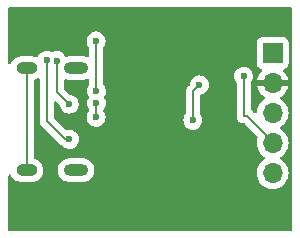
<source format=gbl>
G04 #@! TF.GenerationSoftware,KiCad,Pcbnew,8.0.7*
G04 #@! TF.CreationDate,2025-01-24T00:56:05+09:00*
G04 #@! TF.ProjectId,ch340_silial_release,63683334-305f-4736-996c-69616c5f7265,rev?*
G04 #@! TF.SameCoordinates,Original*
G04 #@! TF.FileFunction,Copper,L2,Bot*
G04 #@! TF.FilePolarity,Positive*
%FSLAX46Y46*%
G04 Gerber Fmt 4.6, Leading zero omitted, Abs format (unit mm)*
G04 Created by KiCad (PCBNEW 8.0.7) date 2025-01-24 00:56:05*
%MOMM*%
%LPD*%
G01*
G04 APERTURE LIST*
G04 #@! TA.AperFunction,ComponentPad*
%ADD10O,2.100000X1.000000*%
G04 #@! TD*
G04 #@! TA.AperFunction,ComponentPad*
%ADD11O,1.800000X1.000000*%
G04 #@! TD*
G04 #@! TA.AperFunction,ComponentPad*
%ADD12R,1.700000X1.700000*%
G04 #@! TD*
G04 #@! TA.AperFunction,ComponentPad*
%ADD13O,1.700000X1.700000*%
G04 #@! TD*
G04 #@! TA.AperFunction,ViaPad*
%ADD14C,0.600000*%
G04 #@! TD*
G04 #@! TA.AperFunction,Conductor*
%ADD15C,0.200000*%
G04 #@! TD*
G04 APERTURE END LIST*
D10*
X108020000Y-55690000D03*
D11*
X103820000Y-55690000D03*
D10*
X108020000Y-64330000D03*
D11*
X103820000Y-64330000D03*
D12*
X124650000Y-54410000D03*
D13*
X124650000Y-56950000D03*
X124650000Y-59490000D03*
X124650000Y-62030000D03*
X124650000Y-64570000D03*
D14*
X109700000Y-53400000D03*
X109725000Y-57650000D03*
X107425000Y-58750000D03*
X107450000Y-61725000D03*
X115725000Y-52050000D03*
X113075000Y-60025000D03*
X111700000Y-63250000D03*
X110975000Y-68250000D03*
X122199265Y-56375735D03*
X117900000Y-60110000D03*
X118450000Y-57125000D03*
X109740002Y-58660000D03*
X109700000Y-59860000D03*
X106375000Y-55075000D03*
X105525000Y-55025000D03*
D15*
X109725000Y-53425000D02*
X109700000Y-53400000D01*
X109725000Y-57650000D02*
X109725000Y-53425000D01*
X106375000Y-57700000D02*
X106375000Y-55075000D01*
X107425000Y-58750000D02*
X106375000Y-57700000D01*
X107450000Y-61725000D02*
X107100000Y-61725000D01*
X107100000Y-61725000D02*
X105525000Y-60150000D01*
X105525000Y-60150000D02*
X105525000Y-56350000D01*
X122199265Y-56375735D02*
X122199265Y-59764265D01*
X122199265Y-59764265D02*
X122509265Y-59764265D01*
X122509265Y-59764265D02*
X124775000Y-62030000D01*
X117900000Y-60110000D02*
X117900000Y-57675000D01*
X117900000Y-57675000D02*
X118450000Y-57125000D01*
X103820000Y-64330000D02*
X103820000Y-55690000D01*
X109700000Y-59860000D02*
X109700000Y-58700002D01*
X109700000Y-58700002D02*
X109740002Y-58660000D01*
X105525000Y-56350000D02*
X105525000Y-55025000D01*
G04 #@! TA.AperFunction,Conductor*
G36*
X126217539Y-50525185D02*
G01*
X126263294Y-50577989D01*
X126274500Y-50629500D01*
X126274500Y-69375500D01*
X126254815Y-69442539D01*
X126202011Y-69488294D01*
X126150500Y-69499500D01*
X102399500Y-69499500D01*
X102332461Y-69479815D01*
X102286706Y-69427011D01*
X102275500Y-69375500D01*
X102275500Y-64804755D01*
X102295185Y-64737716D01*
X102347989Y-64691961D01*
X102417147Y-64682017D01*
X102480703Y-64711042D01*
X102514061Y-64757303D01*
X102533364Y-64803908D01*
X102533371Y-64803920D01*
X102642860Y-64967781D01*
X102642863Y-64967785D01*
X102782214Y-65107136D01*
X102782218Y-65107139D01*
X102946079Y-65216628D01*
X102946092Y-65216635D01*
X103128160Y-65292049D01*
X103128165Y-65292051D01*
X103128169Y-65292051D01*
X103128170Y-65292052D01*
X103321456Y-65330500D01*
X103321459Y-65330500D01*
X104318543Y-65330500D01*
X104448582Y-65304632D01*
X104511835Y-65292051D01*
X104693914Y-65216632D01*
X104857782Y-65107139D01*
X104997139Y-64967782D01*
X105106632Y-64803914D01*
X105182051Y-64621835D01*
X105220500Y-64428543D01*
X106469499Y-64428543D01*
X106507947Y-64621829D01*
X106507950Y-64621839D01*
X106583364Y-64803907D01*
X106583371Y-64803920D01*
X106692860Y-64967781D01*
X106692863Y-64967785D01*
X106832214Y-65107136D01*
X106832218Y-65107139D01*
X106996079Y-65216628D01*
X106996092Y-65216635D01*
X107178160Y-65292049D01*
X107178165Y-65292051D01*
X107178169Y-65292051D01*
X107178170Y-65292052D01*
X107371456Y-65330500D01*
X107371459Y-65330500D01*
X108668543Y-65330500D01*
X108798582Y-65304632D01*
X108861835Y-65292051D01*
X109043914Y-65216632D01*
X109207782Y-65107139D01*
X109347139Y-64967782D01*
X109456632Y-64803914D01*
X109532051Y-64621835D01*
X109570500Y-64428541D01*
X109570500Y-64231459D01*
X109570500Y-64231456D01*
X109532052Y-64038170D01*
X109532051Y-64038169D01*
X109532051Y-64038165D01*
X109507613Y-63979165D01*
X109456635Y-63856092D01*
X109456628Y-63856079D01*
X109347139Y-63692218D01*
X109347136Y-63692214D01*
X109207785Y-63552863D01*
X109207781Y-63552860D01*
X109043920Y-63443371D01*
X109043907Y-63443364D01*
X108861839Y-63367950D01*
X108861829Y-63367947D01*
X108668543Y-63329500D01*
X108668541Y-63329500D01*
X107371459Y-63329500D01*
X107371457Y-63329500D01*
X107178170Y-63367947D01*
X107178160Y-63367950D01*
X106996092Y-63443364D01*
X106996079Y-63443371D01*
X106832218Y-63552860D01*
X106832214Y-63552863D01*
X106692863Y-63692214D01*
X106692860Y-63692218D01*
X106583371Y-63856079D01*
X106583364Y-63856092D01*
X106507950Y-64038160D01*
X106507947Y-64038170D01*
X106469500Y-64231456D01*
X106469500Y-64231459D01*
X106469500Y-64428541D01*
X106469500Y-64428543D01*
X106469499Y-64428543D01*
X105220500Y-64428543D01*
X105220500Y-64428541D01*
X105220500Y-64231459D01*
X105220500Y-64231456D01*
X105182052Y-64038170D01*
X105182051Y-64038169D01*
X105182051Y-64038165D01*
X105157613Y-63979165D01*
X105106635Y-63856092D01*
X105106628Y-63856079D01*
X104997139Y-63692218D01*
X104997136Y-63692214D01*
X104857785Y-63552863D01*
X104857781Y-63552860D01*
X104693920Y-63443371D01*
X104693907Y-63443364D01*
X104511832Y-63367947D01*
X104508501Y-63366937D01*
X104506970Y-63365933D01*
X104506208Y-63365618D01*
X104506267Y-63365473D01*
X104450063Y-63328638D01*
X104421609Y-63264825D01*
X104420500Y-63248278D01*
X104420500Y-56771721D01*
X104440185Y-56704682D01*
X104492989Y-56658927D01*
X104508509Y-56653059D01*
X104511820Y-56652053D01*
X104511835Y-56652051D01*
X104693914Y-56576632D01*
X104693919Y-56576628D01*
X104693922Y-56576627D01*
X104731608Y-56551446D01*
X104798285Y-56530567D01*
X104865666Y-56549051D01*
X104912356Y-56601029D01*
X104924500Y-56654547D01*
X104924500Y-60063330D01*
X104924499Y-60063348D01*
X104924499Y-60229054D01*
X104924498Y-60229054D01*
X104965423Y-60381785D01*
X104994358Y-60431900D01*
X104994359Y-60431904D01*
X104994360Y-60431904D01*
X105044479Y-60518714D01*
X105044481Y-60518717D01*
X105163349Y-60637585D01*
X105163355Y-60637590D01*
X106615139Y-62089374D01*
X106615149Y-62089385D01*
X106619479Y-62093715D01*
X106619480Y-62093716D01*
X106731284Y-62205520D01*
X106731286Y-62205521D01*
X106731287Y-62205522D01*
X106875256Y-62288642D01*
X106874252Y-62290380D01*
X106901505Y-62308583D01*
X106947738Y-62354816D01*
X107100478Y-62450789D01*
X107222982Y-62493655D01*
X107270745Y-62510368D01*
X107270750Y-62510369D01*
X107449996Y-62530565D01*
X107450000Y-62530565D01*
X107450004Y-62530565D01*
X107629249Y-62510369D01*
X107629252Y-62510368D01*
X107629255Y-62510368D01*
X107799522Y-62450789D01*
X107952262Y-62354816D01*
X108079816Y-62227262D01*
X108175789Y-62074522D01*
X108235368Y-61904255D01*
X108235369Y-61904249D01*
X108255565Y-61725003D01*
X108255565Y-61724996D01*
X108235369Y-61545750D01*
X108235368Y-61545745D01*
X108222582Y-61509206D01*
X108175789Y-61375478D01*
X108079816Y-61222738D01*
X107952262Y-61095184D01*
X107799523Y-60999211D01*
X107629254Y-60939631D01*
X107629249Y-60939630D01*
X107450004Y-60919435D01*
X107449996Y-60919435D01*
X107270747Y-60939631D01*
X107265112Y-60941603D01*
X107195333Y-60945164D01*
X107136477Y-60912242D01*
X106161819Y-59937584D01*
X106128334Y-59876261D01*
X106125500Y-59849903D01*
X106125500Y-58599097D01*
X106145185Y-58532058D01*
X106197989Y-58486303D01*
X106267147Y-58476359D01*
X106330703Y-58505384D01*
X106337181Y-58511416D01*
X106594298Y-58768533D01*
X106627783Y-58829856D01*
X106629837Y-58842330D01*
X106639630Y-58929249D01*
X106699210Y-59099521D01*
X106708941Y-59115007D01*
X106795184Y-59252262D01*
X106922738Y-59379816D01*
X107075478Y-59475789D01*
X107214240Y-59524344D01*
X107245745Y-59535368D01*
X107245750Y-59535369D01*
X107424996Y-59555565D01*
X107425000Y-59555565D01*
X107425004Y-59555565D01*
X107604249Y-59535369D01*
X107604252Y-59535368D01*
X107604255Y-59535368D01*
X107774522Y-59475789D01*
X107927262Y-59379816D01*
X108054816Y-59252262D01*
X108150789Y-59099522D01*
X108210368Y-58929255D01*
X108220162Y-58842330D01*
X108230565Y-58750003D01*
X108230565Y-58749996D01*
X108210369Y-58570750D01*
X108210368Y-58570745D01*
X108178877Y-58480750D01*
X108150789Y-58400478D01*
X108054816Y-58247738D01*
X107927262Y-58120184D01*
X107792788Y-58035688D01*
X107774521Y-58024210D01*
X107604249Y-57964630D01*
X107517330Y-57954837D01*
X107452916Y-57927770D01*
X107443533Y-57919298D01*
X107011819Y-57487584D01*
X106978334Y-57426261D01*
X106975500Y-57399903D01*
X106975500Y-56753683D01*
X106995185Y-56686644D01*
X107047989Y-56640889D01*
X107117147Y-56630945D01*
X107146946Y-56639119D01*
X107178165Y-56652051D01*
X107178169Y-56652051D01*
X107178170Y-56652052D01*
X107371456Y-56690500D01*
X107371459Y-56690500D01*
X108668543Y-56690500D01*
X108827267Y-56658927D01*
X108861835Y-56652051D01*
X108912790Y-56630945D01*
X108953048Y-56614270D01*
X109022517Y-56606801D01*
X109084996Y-56638076D01*
X109120648Y-56698165D01*
X109124500Y-56728831D01*
X109124500Y-57067587D01*
X109104815Y-57134626D01*
X109097450Y-57144896D01*
X109095186Y-57147734D01*
X108999211Y-57300476D01*
X108939631Y-57470745D01*
X108939630Y-57470750D01*
X108919435Y-57649996D01*
X108919435Y-57650003D01*
X108939630Y-57829249D01*
X108939631Y-57829254D01*
X108999211Y-57999523D01*
X109062952Y-58100965D01*
X109081952Y-58168201D01*
X109062952Y-58232908D01*
X109014214Y-58310474D01*
X108954633Y-58480745D01*
X108954632Y-58480750D01*
X108934437Y-58659996D01*
X108934437Y-58660003D01*
X108954632Y-58839249D01*
X108954633Y-58839254D01*
X109014213Y-59009522D01*
X109080494Y-59115007D01*
X109099500Y-59180979D01*
X109099500Y-59277587D01*
X109079815Y-59344626D01*
X109072450Y-59354896D01*
X109070186Y-59357734D01*
X108974211Y-59510476D01*
X108914631Y-59680745D01*
X108914630Y-59680750D01*
X108894435Y-59859996D01*
X108894435Y-59860003D01*
X108914630Y-60039249D01*
X108914631Y-60039254D01*
X108974211Y-60209523D01*
X109046042Y-60323841D01*
X109070184Y-60362262D01*
X109197738Y-60489816D01*
X109350478Y-60585789D01*
X109498517Y-60637590D01*
X109520745Y-60645368D01*
X109520750Y-60645369D01*
X109699996Y-60665565D01*
X109700000Y-60665565D01*
X109700004Y-60665565D01*
X109879249Y-60645369D01*
X109879252Y-60645368D01*
X109879255Y-60645368D01*
X110049522Y-60585789D01*
X110202262Y-60489816D01*
X110329816Y-60362262D01*
X110425789Y-60209522D01*
X110460615Y-60109996D01*
X117094435Y-60109996D01*
X117094435Y-60110003D01*
X117114630Y-60289249D01*
X117114631Y-60289254D01*
X117174211Y-60459523D01*
X117253549Y-60585788D01*
X117270184Y-60612262D01*
X117397738Y-60739816D01*
X117550478Y-60835789D01*
X117720745Y-60895368D01*
X117720750Y-60895369D01*
X117899996Y-60915565D01*
X117900000Y-60915565D01*
X117900004Y-60915565D01*
X118079249Y-60895369D01*
X118079252Y-60895368D01*
X118079255Y-60895368D01*
X118249522Y-60835789D01*
X118402262Y-60739816D01*
X118529816Y-60612262D01*
X118625789Y-60459522D01*
X118685368Y-60289255D01*
X118699049Y-60167834D01*
X118705565Y-60110003D01*
X118705565Y-60109996D01*
X118685369Y-59930750D01*
X118685368Y-59930745D01*
X118625789Y-59760478D01*
X118529816Y-59607738D01*
X118529814Y-59607736D01*
X118529813Y-59607734D01*
X118527550Y-59604896D01*
X118526659Y-59602715D01*
X118526111Y-59601842D01*
X118526264Y-59601745D01*
X118501144Y-59540209D01*
X118500500Y-59527587D01*
X118500500Y-58035688D01*
X118520185Y-57968649D01*
X118572989Y-57922894D01*
X118610616Y-57912468D01*
X118629255Y-57910368D01*
X118799522Y-57850789D01*
X118952262Y-57754816D01*
X119079816Y-57627262D01*
X119175789Y-57474522D01*
X119235368Y-57304255D01*
X119253004Y-57147734D01*
X119255565Y-57125003D01*
X119255565Y-57124996D01*
X119235369Y-56945750D01*
X119235368Y-56945745D01*
X119175788Y-56775476D01*
X119098235Y-56652052D01*
X119079816Y-56622738D01*
X118952262Y-56495184D01*
X118907624Y-56467136D01*
X118799523Y-56399211D01*
X118732421Y-56375731D01*
X121393700Y-56375731D01*
X121393700Y-56375738D01*
X121413895Y-56554984D01*
X121413896Y-56554989D01*
X121473476Y-56725258D01*
X121569450Y-56877998D01*
X121571710Y-56880832D01*
X121572599Y-56883010D01*
X121573154Y-56883893D01*
X121572999Y-56883990D01*
X121598120Y-56945518D01*
X121598765Y-56958147D01*
X121598765Y-59685208D01*
X121598765Y-59843322D01*
X121624023Y-59937584D01*
X121639688Y-59996048D01*
X121639691Y-59996055D01*
X121718740Y-60132974D01*
X121718744Y-60132979D01*
X121718745Y-60132981D01*
X121830549Y-60244785D01*
X121830551Y-60244786D01*
X121830555Y-60244789D01*
X121907572Y-60289254D01*
X121967481Y-60323842D01*
X122120208Y-60364765D01*
X122209168Y-60364765D01*
X122276207Y-60384450D01*
X122296849Y-60401084D01*
X123343648Y-61447883D01*
X123377133Y-61509206D01*
X123375742Y-61567657D01*
X123314938Y-61794586D01*
X123314936Y-61794596D01*
X123294341Y-62029999D01*
X123294341Y-62030000D01*
X123314936Y-62265403D01*
X123314938Y-62265413D01*
X123376094Y-62493655D01*
X123376096Y-62493659D01*
X123376097Y-62493663D01*
X123393305Y-62530565D01*
X123475965Y-62707830D01*
X123475967Y-62707834D01*
X123611501Y-62901395D01*
X123611506Y-62901402D01*
X123778597Y-63068493D01*
X123778603Y-63068498D01*
X123964158Y-63198425D01*
X124007783Y-63253002D01*
X124014977Y-63322500D01*
X123983454Y-63384855D01*
X123964158Y-63401575D01*
X123778597Y-63531505D01*
X123611505Y-63698597D01*
X123475965Y-63892169D01*
X123475964Y-63892171D01*
X123376098Y-64106335D01*
X123376094Y-64106344D01*
X123314938Y-64334586D01*
X123314936Y-64334596D01*
X123294341Y-64569999D01*
X123294341Y-64570000D01*
X123314936Y-64805403D01*
X123314938Y-64805413D01*
X123376094Y-65033655D01*
X123376096Y-65033659D01*
X123376097Y-65033663D01*
X123475965Y-65247830D01*
X123475967Y-65247834D01*
X123533851Y-65330500D01*
X123611505Y-65441401D01*
X123778599Y-65608495D01*
X123875384Y-65676265D01*
X123972165Y-65744032D01*
X123972167Y-65744033D01*
X123972170Y-65744035D01*
X124186337Y-65843903D01*
X124414592Y-65905063D01*
X124602918Y-65921539D01*
X124649999Y-65925659D01*
X124650000Y-65925659D01*
X124650001Y-65925659D01*
X124689234Y-65922226D01*
X124885408Y-65905063D01*
X125113663Y-65843903D01*
X125327830Y-65744035D01*
X125521401Y-65608495D01*
X125688495Y-65441401D01*
X125824035Y-65247830D01*
X125923903Y-65033663D01*
X125985063Y-64805408D01*
X126005659Y-64570000D01*
X125985063Y-64334592D01*
X125923903Y-64106337D01*
X125824035Y-63892171D01*
X125798773Y-63856092D01*
X125688494Y-63698597D01*
X125521402Y-63531506D01*
X125521396Y-63531501D01*
X125335842Y-63401575D01*
X125292217Y-63346998D01*
X125285023Y-63277500D01*
X125316546Y-63215145D01*
X125335842Y-63198425D01*
X125358026Y-63182891D01*
X125521401Y-63068495D01*
X125688495Y-62901401D01*
X125824035Y-62707830D01*
X125923903Y-62493663D01*
X125985063Y-62265408D01*
X126005659Y-62030000D01*
X125985063Y-61794592D01*
X125923903Y-61566337D01*
X125824035Y-61352171D01*
X125733406Y-61222738D01*
X125688494Y-61158597D01*
X125521402Y-60991506D01*
X125521396Y-60991501D01*
X125335842Y-60861575D01*
X125292217Y-60806998D01*
X125285023Y-60737500D01*
X125316546Y-60675145D01*
X125335842Y-60658425D01*
X125401769Y-60612262D01*
X125521401Y-60528495D01*
X125688495Y-60361401D01*
X125824035Y-60167830D01*
X125923903Y-59953663D01*
X125985063Y-59725408D01*
X126005659Y-59490000D01*
X125985063Y-59254592D01*
X125923903Y-59026337D01*
X125824035Y-58812171D01*
X125814964Y-58799215D01*
X125688494Y-58618597D01*
X125521402Y-58451506D01*
X125521401Y-58451505D01*
X125335405Y-58321269D01*
X125291781Y-58266692D01*
X125284588Y-58197193D01*
X125316110Y-58134839D01*
X125335405Y-58118119D01*
X125521082Y-57988105D01*
X125688105Y-57821082D01*
X125823600Y-57627578D01*
X125923429Y-57413492D01*
X125923432Y-57413486D01*
X125980636Y-57200000D01*
X125083012Y-57200000D01*
X125115925Y-57142993D01*
X125150000Y-57015826D01*
X125150000Y-56884174D01*
X125115925Y-56757007D01*
X125083012Y-56700000D01*
X125980636Y-56700000D01*
X125980635Y-56699999D01*
X125923432Y-56486513D01*
X125923429Y-56486507D01*
X125823600Y-56272422D01*
X125823599Y-56272420D01*
X125688113Y-56078926D01*
X125688108Y-56078920D01*
X125566053Y-55956865D01*
X125532568Y-55895542D01*
X125537552Y-55825850D01*
X125579424Y-55769917D01*
X125610400Y-55753002D01*
X125742331Y-55703796D01*
X125857546Y-55617546D01*
X125943796Y-55502331D01*
X125994091Y-55367483D01*
X126000500Y-55307873D01*
X126000499Y-53512128D01*
X125994091Y-53452517D01*
X125974503Y-53400000D01*
X125943797Y-53317671D01*
X125943793Y-53317664D01*
X125857547Y-53202455D01*
X125857544Y-53202452D01*
X125742335Y-53116206D01*
X125742328Y-53116202D01*
X125607482Y-53065908D01*
X125607483Y-53065908D01*
X125547883Y-53059501D01*
X125547881Y-53059500D01*
X125547873Y-53059500D01*
X125547864Y-53059500D01*
X123752129Y-53059500D01*
X123752123Y-53059501D01*
X123692516Y-53065908D01*
X123557671Y-53116202D01*
X123557664Y-53116206D01*
X123442455Y-53202452D01*
X123442452Y-53202455D01*
X123356206Y-53317664D01*
X123356202Y-53317671D01*
X123305908Y-53452517D01*
X123299501Y-53512116D01*
X123299501Y-53512123D01*
X123299500Y-53512135D01*
X123299500Y-55307870D01*
X123299501Y-55307876D01*
X123305908Y-55367483D01*
X123356202Y-55502328D01*
X123356206Y-55502335D01*
X123442452Y-55617544D01*
X123442455Y-55617547D01*
X123557664Y-55703793D01*
X123557671Y-55703797D01*
X123557674Y-55703798D01*
X123689598Y-55753002D01*
X123745531Y-55794873D01*
X123769949Y-55860337D01*
X123755098Y-55928610D01*
X123733947Y-55956865D01*
X123611886Y-56078926D01*
X123476400Y-56272420D01*
X123476399Y-56272422D01*
X123376570Y-56486507D01*
X123376567Y-56486513D01*
X123319364Y-56699999D01*
X123319364Y-56700000D01*
X124216988Y-56700000D01*
X124184075Y-56757007D01*
X124150000Y-56884174D01*
X124150000Y-57015826D01*
X124184075Y-57142993D01*
X124216988Y-57200000D01*
X123319364Y-57200000D01*
X123376567Y-57413486D01*
X123376570Y-57413492D01*
X123476399Y-57627578D01*
X123611894Y-57821082D01*
X123778917Y-57988105D01*
X123964595Y-58118119D01*
X124008219Y-58172696D01*
X124015412Y-58242195D01*
X123983890Y-58304549D01*
X123964595Y-58321269D01*
X123778594Y-58451508D01*
X123611505Y-58618597D01*
X123475965Y-58812169D01*
X123475964Y-58812171D01*
X123376098Y-59026335D01*
X123376094Y-59026344D01*
X123314938Y-59254586D01*
X123314936Y-59254596D01*
X123300614Y-59418297D01*
X123275161Y-59483366D01*
X123218570Y-59524344D01*
X123148808Y-59528222D01*
X123089405Y-59495170D01*
X122996855Y-59402620D01*
X122996853Y-59402617D01*
X122877983Y-59283747D01*
X122877977Y-59283742D01*
X122861763Y-59274381D01*
X122813548Y-59223813D01*
X122799765Y-59166995D01*
X122799765Y-56958147D01*
X122819450Y-56891108D01*
X122826820Y-56880832D01*
X122829075Y-56878002D01*
X122829081Y-56877997D01*
X122925054Y-56725257D01*
X122984633Y-56554990D01*
X122984634Y-56554984D01*
X123004830Y-56375738D01*
X123004830Y-56375731D01*
X122984634Y-56196485D01*
X122984633Y-56196480D01*
X122940740Y-56071042D01*
X122925054Y-56026213D01*
X122897169Y-55981835D01*
X122829080Y-55873472D01*
X122701527Y-55745919D01*
X122548788Y-55649946D01*
X122378519Y-55590366D01*
X122378514Y-55590365D01*
X122199269Y-55570170D01*
X122199261Y-55570170D01*
X122020015Y-55590365D01*
X122020010Y-55590366D01*
X121849741Y-55649946D01*
X121697002Y-55745919D01*
X121569449Y-55873472D01*
X121473476Y-56026211D01*
X121413896Y-56196480D01*
X121413895Y-56196485D01*
X121393700Y-56375731D01*
X118732421Y-56375731D01*
X118629254Y-56339631D01*
X118629249Y-56339630D01*
X118450004Y-56319435D01*
X118449996Y-56319435D01*
X118270750Y-56339630D01*
X118270745Y-56339631D01*
X118100476Y-56399211D01*
X117947737Y-56495184D01*
X117820184Y-56622737D01*
X117724210Y-56775478D01*
X117664630Y-56945750D01*
X117654837Y-57032668D01*
X117627770Y-57097082D01*
X117619299Y-57106465D01*
X117531286Y-57194478D01*
X117419481Y-57306282D01*
X117419479Y-57306285D01*
X117390325Y-57356783D01*
X117390324Y-57356785D01*
X117340423Y-57443214D01*
X117340423Y-57443215D01*
X117299499Y-57595943D01*
X117299499Y-57595945D01*
X117299499Y-57764046D01*
X117299500Y-57764059D01*
X117299500Y-59527587D01*
X117279815Y-59594626D01*
X117272450Y-59604896D01*
X117270186Y-59607734D01*
X117174211Y-59760476D01*
X117114631Y-59930745D01*
X117114630Y-59930750D01*
X117094435Y-60109996D01*
X110460615Y-60109996D01*
X110485368Y-60039255D01*
X110485369Y-60039249D01*
X110505565Y-59860003D01*
X110505565Y-59859996D01*
X110485369Y-59680750D01*
X110485368Y-59680745D01*
X110455234Y-59594626D01*
X110425789Y-59510478D01*
X110416170Y-59495170D01*
X110358015Y-59402617D01*
X110329816Y-59357738D01*
X110329815Y-59357737D01*
X110326111Y-59351842D01*
X110327188Y-59351165D01*
X110303520Y-59293195D01*
X110316274Y-59224499D01*
X110339192Y-59192887D01*
X110369818Y-59162262D01*
X110465791Y-59009522D01*
X110525370Y-58839255D01*
X110528422Y-58812169D01*
X110545567Y-58660003D01*
X110545567Y-58659996D01*
X110525371Y-58480750D01*
X110525370Y-58480745D01*
X110465790Y-58310475D01*
X110402049Y-58209034D01*
X110383048Y-58141797D01*
X110402047Y-58077092D01*
X110450789Y-57999522D01*
X110502833Y-57850789D01*
X110510366Y-57829262D01*
X110510369Y-57829249D01*
X110530565Y-57650003D01*
X110530565Y-57649996D01*
X110510369Y-57470750D01*
X110510368Y-57470745D01*
X110485579Y-57399903D01*
X110450789Y-57300478D01*
X110354816Y-57147738D01*
X110354814Y-57147736D01*
X110354813Y-57147734D01*
X110352550Y-57144896D01*
X110351659Y-57142715D01*
X110351111Y-57141842D01*
X110351264Y-57141745D01*
X110326144Y-57080209D01*
X110325500Y-57067587D01*
X110325500Y-53944854D01*
X110344507Y-53878881D01*
X110425788Y-53749524D01*
X110485368Y-53579254D01*
X110485369Y-53579249D01*
X110505565Y-53400003D01*
X110505565Y-53399996D01*
X110485369Y-53220750D01*
X110485368Y-53220745D01*
X110448788Y-53116206D01*
X110425789Y-53050478D01*
X110329816Y-52897738D01*
X110202262Y-52770184D01*
X110049523Y-52674211D01*
X109879254Y-52614631D01*
X109879249Y-52614630D01*
X109700004Y-52594435D01*
X109699996Y-52594435D01*
X109520750Y-52614630D01*
X109520745Y-52614631D01*
X109350476Y-52674211D01*
X109197737Y-52770184D01*
X109070184Y-52897737D01*
X108974211Y-53050476D01*
X108914631Y-53220745D01*
X108914630Y-53220750D01*
X108894435Y-53399996D01*
X108894435Y-53400003D01*
X108914630Y-53579249D01*
X108914631Y-53579254D01*
X108974211Y-53749523D01*
X109070184Y-53902262D01*
X109088181Y-53920259D01*
X109121666Y-53981582D01*
X109124500Y-54007940D01*
X109124500Y-54651169D01*
X109104815Y-54718208D01*
X109052011Y-54763963D01*
X108982853Y-54773907D01*
X108953048Y-54765730D01*
X108861839Y-54727950D01*
X108861829Y-54727947D01*
X108668543Y-54689500D01*
X108668541Y-54689500D01*
X107371459Y-54689500D01*
X107371454Y-54689500D01*
X107194518Y-54724695D01*
X107124927Y-54718468D01*
X107069749Y-54675605D01*
X107065333Y-54669050D01*
X107004815Y-54572737D01*
X106877262Y-54445184D01*
X106724523Y-54349211D01*
X106554254Y-54289631D01*
X106554249Y-54289630D01*
X106375004Y-54269435D01*
X106374996Y-54269435D01*
X106195750Y-54289630D01*
X106195742Y-54289632D01*
X106035992Y-54345531D01*
X105966213Y-54349092D01*
X105929066Y-54333483D01*
X105874523Y-54299211D01*
X105704254Y-54239631D01*
X105704249Y-54239630D01*
X105525004Y-54219435D01*
X105524996Y-54219435D01*
X105345750Y-54239630D01*
X105345745Y-54239631D01*
X105175476Y-54299211D01*
X105022737Y-54395184D01*
X104895184Y-54522737D01*
X104799212Y-54675474D01*
X104790114Y-54701476D01*
X104749391Y-54758251D01*
X104684438Y-54783997D01*
X104625621Y-54775080D01*
X104511839Y-54727950D01*
X104511829Y-54727947D01*
X104318543Y-54689500D01*
X104318541Y-54689500D01*
X103321459Y-54689500D01*
X103321457Y-54689500D01*
X103128170Y-54727947D01*
X103128160Y-54727950D01*
X102946092Y-54803364D01*
X102946079Y-54803371D01*
X102782218Y-54912860D01*
X102782214Y-54912863D01*
X102642863Y-55052214D01*
X102642860Y-55052218D01*
X102533371Y-55216079D01*
X102533366Y-55216088D01*
X102514061Y-55262697D01*
X102470220Y-55317100D01*
X102403926Y-55339165D01*
X102336227Y-55321886D01*
X102288616Y-55270749D01*
X102275500Y-55215244D01*
X102275500Y-50629500D01*
X102295185Y-50562461D01*
X102347989Y-50516706D01*
X102399500Y-50505500D01*
X126150500Y-50505500D01*
X126217539Y-50525185D01*
G37*
G04 #@! TD.AperFunction*
M02*

</source>
